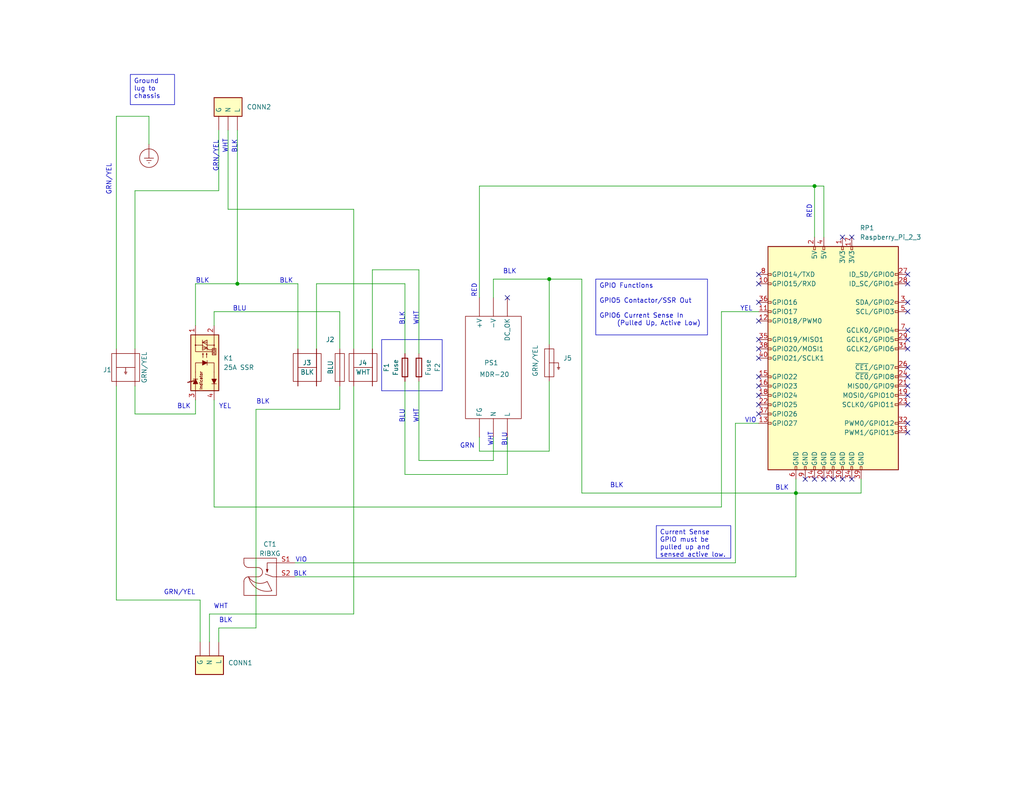
<source format=kicad_sch>
(kicad_sch (version 20230121) (generator eeschema)

  (uuid 4537c7c1-d104-499b-8c84-6b936b9995aa)

  (paper "A")

  (title_block
    (title "DIN Single Phase SSR RFID Interlock")
    (date "2023-12-18")
    (rev "0.1")
  )

  (lib_symbols
    (symbol "Connector:Raspberry_Pi_2_3" (pin_names (offset 1.016)) (in_bom yes) (on_board yes)
      (property "Reference" "J" (at -17.78 31.75 0)
        (effects (font (size 1.27 1.27)) (justify left bottom))
      )
      (property "Value" "Raspberry_Pi_2_3" (at 10.16 -31.75 0)
        (effects (font (size 1.27 1.27)) (justify left top))
      )
      (property "Footprint" "" (at 0 0 0)
        (effects (font (size 1.27 1.27)) hide)
      )
      (property "Datasheet" "https://www.raspberrypi.org/documentation/hardware/raspberrypi/schematics/rpi_SCH_3bplus_1p0_reduced.pdf" (at 0 0 0)
        (effects (font (size 1.27 1.27)) hide)
      )
      (property "ki_keywords" "raspberrypi gpio" (at 0 0 0)
        (effects (font (size 1.27 1.27)) hide)
      )
      (property "ki_description" "expansion header for Raspberry Pi 2 & 3" (at 0 0 0)
        (effects (font (size 1.27 1.27)) hide)
      )
      (property "ki_fp_filters" "PinHeader*2x20*P2.54mm*Vertical* PinSocket*2x20*P2.54mm*Vertical*" (at 0 0 0)
        (effects (font (size 1.27 1.27)) hide)
      )
      (symbol "Raspberry_Pi_2_3_0_1"
        (rectangle (start -17.78 30.48) (end 17.78 -30.48)
          (stroke (width 0.254) (type default))
          (fill (type background))
        )
      )
      (symbol "Raspberry_Pi_2_3_1_1"
        (rectangle (start -16.891 -17.526) (end -17.78 -18.034)
          (stroke (width 0) (type default))
          (fill (type none))
        )
        (rectangle (start -16.891 -14.986) (end -17.78 -15.494)
          (stroke (width 0) (type default))
          (fill (type none))
        )
        (rectangle (start -16.891 -12.446) (end -17.78 -12.954)
          (stroke (width 0) (type default))
          (fill (type none))
        )
        (rectangle (start -16.891 -9.906) (end -17.78 -10.414)
          (stroke (width 0) (type default))
          (fill (type none))
        )
        (rectangle (start -16.891 -7.366) (end -17.78 -7.874)
          (stroke (width 0) (type default))
          (fill (type none))
        )
        (rectangle (start -16.891 -4.826) (end -17.78 -5.334)
          (stroke (width 0) (type default))
          (fill (type none))
        )
        (rectangle (start -16.891 0.254) (end -17.78 -0.254)
          (stroke (width 0) (type default))
          (fill (type none))
        )
        (rectangle (start -16.891 2.794) (end -17.78 2.286)
          (stroke (width 0) (type default))
          (fill (type none))
        )
        (rectangle (start -16.891 5.334) (end -17.78 4.826)
          (stroke (width 0) (type default))
          (fill (type none))
        )
        (rectangle (start -16.891 10.414) (end -17.78 9.906)
          (stroke (width 0) (type default))
          (fill (type none))
        )
        (rectangle (start -16.891 12.954) (end -17.78 12.446)
          (stroke (width 0) (type default))
          (fill (type none))
        )
        (rectangle (start -16.891 15.494) (end -17.78 14.986)
          (stroke (width 0) (type default))
          (fill (type none))
        )
        (rectangle (start -16.891 20.574) (end -17.78 20.066)
          (stroke (width 0) (type default))
          (fill (type none))
        )
        (rectangle (start -16.891 23.114) (end -17.78 22.606)
          (stroke (width 0) (type default))
          (fill (type none))
        )
        (rectangle (start -10.414 -29.591) (end -9.906 -30.48)
          (stroke (width 0) (type default))
          (fill (type none))
        )
        (rectangle (start -7.874 -29.591) (end -7.366 -30.48)
          (stroke (width 0) (type default))
          (fill (type none))
        )
        (rectangle (start -5.334 -29.591) (end -4.826 -30.48)
          (stroke (width 0) (type default))
          (fill (type none))
        )
        (rectangle (start -5.334 30.48) (end -4.826 29.591)
          (stroke (width 0) (type default))
          (fill (type none))
        )
        (rectangle (start -2.794 -29.591) (end -2.286 -30.48)
          (stroke (width 0) (type default))
          (fill (type none))
        )
        (rectangle (start -2.794 30.48) (end -2.286 29.591)
          (stroke (width 0) (type default))
          (fill (type none))
        )
        (rectangle (start -0.254 -29.591) (end 0.254 -30.48)
          (stroke (width 0) (type default))
          (fill (type none))
        )
        (rectangle (start 2.286 -29.591) (end 2.794 -30.48)
          (stroke (width 0) (type default))
          (fill (type none))
        )
        (rectangle (start 2.286 30.48) (end 2.794 29.591)
          (stroke (width 0) (type default))
          (fill (type none))
        )
        (rectangle (start 4.826 -29.591) (end 5.334 -30.48)
          (stroke (width 0) (type default))
          (fill (type none))
        )
        (rectangle (start 4.826 30.48) (end 5.334 29.591)
          (stroke (width 0) (type default))
          (fill (type none))
        )
        (rectangle (start 7.366 -29.591) (end 7.874 -30.48)
          (stroke (width 0) (type default))
          (fill (type none))
        )
        (rectangle (start 17.78 -20.066) (end 16.891 -20.574)
          (stroke (width 0) (type default))
          (fill (type none))
        )
        (rectangle (start 17.78 -17.526) (end 16.891 -18.034)
          (stroke (width 0) (type default))
          (fill (type none))
        )
        (rectangle (start 17.78 -12.446) (end 16.891 -12.954)
          (stroke (width 0) (type default))
          (fill (type none))
        )
        (rectangle (start 17.78 -9.906) (end 16.891 -10.414)
          (stroke (width 0) (type default))
          (fill (type none))
        )
        (rectangle (start 17.78 -7.366) (end 16.891 -7.874)
          (stroke (width 0) (type default))
          (fill (type none))
        )
        (rectangle (start 17.78 -4.826) (end 16.891 -5.334)
          (stroke (width 0) (type default))
          (fill (type none))
        )
        (rectangle (start 17.78 -2.286) (end 16.891 -2.794)
          (stroke (width 0) (type default))
          (fill (type none))
        )
        (rectangle (start 17.78 2.794) (end 16.891 2.286)
          (stroke (width 0) (type default))
          (fill (type none))
        )
        (rectangle (start 17.78 5.334) (end 16.891 4.826)
          (stroke (width 0) (type default))
          (fill (type none))
        )
        (rectangle (start 17.78 7.874) (end 16.891 7.366)
          (stroke (width 0) (type default))
          (fill (type none))
        )
        (rectangle (start 17.78 12.954) (end 16.891 12.446)
          (stroke (width 0) (type default))
          (fill (type none))
        )
        (rectangle (start 17.78 15.494) (end 16.891 14.986)
          (stroke (width 0) (type default))
          (fill (type none))
        )
        (rectangle (start 17.78 20.574) (end 16.891 20.066)
          (stroke (width 0) (type default))
          (fill (type none))
        )
        (rectangle (start 17.78 23.114) (end 16.891 22.606)
          (stroke (width 0) (type default))
          (fill (type none))
        )
        (pin power_in line (at 2.54 33.02 270) (length 2.54)
          (name "3V3" (effects (font (size 1.27 1.27))))
          (number "1" (effects (font (size 1.27 1.27))))
        )
        (pin bidirectional line (at -20.32 20.32 0) (length 2.54)
          (name "GPIO15/RXD" (effects (font (size 1.27 1.27))))
          (number "10" (effects (font (size 1.27 1.27))))
        )
        (pin bidirectional line (at -20.32 12.7 0) (length 2.54)
          (name "GPIO17" (effects (font (size 1.27 1.27))))
          (number "11" (effects (font (size 1.27 1.27))))
        )
        (pin bidirectional line (at -20.32 10.16 0) (length 2.54)
          (name "GPIO18/PWM0" (effects (font (size 1.27 1.27))))
          (number "12" (effects (font (size 1.27 1.27))))
        )
        (pin bidirectional line (at -20.32 -17.78 0) (length 2.54)
          (name "GPIO27" (effects (font (size 1.27 1.27))))
          (number "13" (effects (font (size 1.27 1.27))))
        )
        (pin power_in line (at -5.08 -33.02 90) (length 2.54)
          (name "GND" (effects (font (size 1.27 1.27))))
          (number "14" (effects (font (size 1.27 1.27))))
        )
        (pin bidirectional line (at -20.32 -5.08 0) (length 2.54)
          (name "GPIO22" (effects (font (size 1.27 1.27))))
          (number "15" (effects (font (size 1.27 1.27))))
        )
        (pin bidirectional line (at -20.32 -7.62 0) (length 2.54)
          (name "GPIO23" (effects (font (size 1.27 1.27))))
          (number "16" (effects (font (size 1.27 1.27))))
        )
        (pin power_in line (at 5.08 33.02 270) (length 2.54)
          (name "3V3" (effects (font (size 1.27 1.27))))
          (number "17" (effects (font (size 1.27 1.27))))
        )
        (pin bidirectional line (at -20.32 -10.16 0) (length 2.54)
          (name "GPIO24" (effects (font (size 1.27 1.27))))
          (number "18" (effects (font (size 1.27 1.27))))
        )
        (pin bidirectional line (at 20.32 -10.16 180) (length 2.54)
          (name "MOSI0/GPIO10" (effects (font (size 1.27 1.27))))
          (number "19" (effects (font (size 1.27 1.27))))
        )
        (pin power_in line (at -5.08 33.02 270) (length 2.54)
          (name "5V" (effects (font (size 1.27 1.27))))
          (number "2" (effects (font (size 1.27 1.27))))
        )
        (pin power_in line (at -2.54 -33.02 90) (length 2.54)
          (name "GND" (effects (font (size 1.27 1.27))))
          (number "20" (effects (font (size 1.27 1.27))))
        )
        (pin bidirectional line (at 20.32 -7.62 180) (length 2.54)
          (name "MISO0/GPIO9" (effects (font (size 1.27 1.27))))
          (number "21" (effects (font (size 1.27 1.27))))
        )
        (pin bidirectional line (at -20.32 -12.7 0) (length 2.54)
          (name "GPIO25" (effects (font (size 1.27 1.27))))
          (number "22" (effects (font (size 1.27 1.27))))
        )
        (pin bidirectional line (at 20.32 -12.7 180) (length 2.54)
          (name "SCLK0/GPIO11" (effects (font (size 1.27 1.27))))
          (number "23" (effects (font (size 1.27 1.27))))
        )
        (pin bidirectional line (at 20.32 -5.08 180) (length 2.54)
          (name "~{CE0}/GPIO8" (effects (font (size 1.27 1.27))))
          (number "24" (effects (font (size 1.27 1.27))))
        )
        (pin power_in line (at 0 -33.02 90) (length 2.54)
          (name "GND" (effects (font (size 1.27 1.27))))
          (number "25" (effects (font (size 1.27 1.27))))
        )
        (pin bidirectional line (at 20.32 -2.54 180) (length 2.54)
          (name "~{CE1}/GPIO7" (effects (font (size 1.27 1.27))))
          (number "26" (effects (font (size 1.27 1.27))))
        )
        (pin bidirectional line (at 20.32 22.86 180) (length 2.54)
          (name "ID_SD/GPIO0" (effects (font (size 1.27 1.27))))
          (number "27" (effects (font (size 1.27 1.27))))
        )
        (pin bidirectional line (at 20.32 20.32 180) (length 2.54)
          (name "ID_SC/GPIO1" (effects (font (size 1.27 1.27))))
          (number "28" (effects (font (size 1.27 1.27))))
        )
        (pin bidirectional line (at 20.32 5.08 180) (length 2.54)
          (name "GCLK1/GPIO5" (effects (font (size 1.27 1.27))))
          (number "29" (effects (font (size 1.27 1.27))))
        )
        (pin bidirectional line (at 20.32 15.24 180) (length 2.54)
          (name "SDA/GPIO2" (effects (font (size 1.27 1.27))))
          (number "3" (effects (font (size 1.27 1.27))))
        )
        (pin power_in line (at 2.54 -33.02 90) (length 2.54)
          (name "GND" (effects (font (size 1.27 1.27))))
          (number "30" (effects (font (size 1.27 1.27))))
        )
        (pin bidirectional line (at 20.32 2.54 180) (length 2.54)
          (name "GCLK2/GPIO6" (effects (font (size 1.27 1.27))))
          (number "31" (effects (font (size 1.27 1.27))))
        )
        (pin bidirectional line (at 20.32 -17.78 180) (length 2.54)
          (name "PWM0/GPIO12" (effects (font (size 1.27 1.27))))
          (number "32" (effects (font (size 1.27 1.27))))
        )
        (pin bidirectional line (at 20.32 -20.32 180) (length 2.54)
          (name "PWM1/GPIO13" (effects (font (size 1.27 1.27))))
          (number "33" (effects (font (size 1.27 1.27))))
        )
        (pin power_in line (at 5.08 -33.02 90) (length 2.54)
          (name "GND" (effects (font (size 1.27 1.27))))
          (number "34" (effects (font (size 1.27 1.27))))
        )
        (pin bidirectional line (at -20.32 5.08 0) (length 2.54)
          (name "GPIO19/MISO1" (effects (font (size 1.27 1.27))))
          (number "35" (effects (font (size 1.27 1.27))))
        )
        (pin bidirectional line (at -20.32 15.24 0) (length 2.54)
          (name "GPIO16" (effects (font (size 1.27 1.27))))
          (number "36" (effects (font (size 1.27 1.27))))
        )
        (pin bidirectional line (at -20.32 -15.24 0) (length 2.54)
          (name "GPIO26" (effects (font (size 1.27 1.27))))
          (number "37" (effects (font (size 1.27 1.27))))
        )
        (pin bidirectional line (at -20.32 2.54 0) (length 2.54)
          (name "GPIO20/MOSI1" (effects (font (size 1.27 1.27))))
          (number "38" (effects (font (size 1.27 1.27))))
        )
        (pin power_in line (at 7.62 -33.02 90) (length 2.54)
          (name "GND" (effects (font (size 1.27 1.27))))
          (number "39" (effects (font (size 1.27 1.27))))
        )
        (pin power_in line (at -2.54 33.02 270) (length 2.54)
          (name "5V" (effects (font (size 1.27 1.27))))
          (number "4" (effects (font (size 1.27 1.27))))
        )
        (pin bidirectional line (at -20.32 0 0) (length 2.54)
          (name "GPIO21/SCLK1" (effects (font (size 1.27 1.27))))
          (number "40" (effects (font (size 1.27 1.27))))
        )
        (pin bidirectional line (at 20.32 12.7 180) (length 2.54)
          (name "SCL/GPIO3" (effects (font (size 1.27 1.27))))
          (number "5" (effects (font (size 1.27 1.27))))
        )
        (pin power_in line (at -10.16 -33.02 90) (length 2.54)
          (name "GND" (effects (font (size 1.27 1.27))))
          (number "6" (effects (font (size 1.27 1.27))))
        )
        (pin bidirectional line (at 20.32 7.62 180) (length 2.54)
          (name "GCLK0/GPIO4" (effects (font (size 1.27 1.27))))
          (number "7" (effects (font (size 1.27 1.27))))
        )
        (pin bidirectional line (at -20.32 22.86 0) (length 2.54)
          (name "GPIO14/TXD" (effects (font (size 1.27 1.27))))
          (number "8" (effects (font (size 1.27 1.27))))
        )
        (pin power_in line (at -7.62 -33.02 90) (length 2.54)
          (name "GND" (effects (font (size 1.27 1.27))))
          (number "9" (effects (font (size 1.27 1.27))))
        )
      )
    )
    (symbol "DIN_CONN_2_1" (pin_numbers hide) (in_bom yes) (on_board yes)
      (property "Reference" "J" (at 2.54 1.27 0)
        (effects (font (size 1.27 1.27)))
      )
      (property "Value" "COLOR" (at -2.54 0 90)
        (effects (font (size 1.27 1.27)) hide)
      )
      (property "Footprint" "" (at 0 -1.27 0)
        (effects (font (size 1.27 1.27)) hide)
      )
      (property "Datasheet" "" (at 0 -1.27 0)
        (effects (font (size 1.27 1.27)) hide)
      )
      (symbol "DIN_CONN_2_1_0_1"
        (rectangle (start -1.27 3.81) (end 1.27 -3.81)
          (stroke (width 0) (type default))
          (fill (type none))
        )
      )
      (symbol "DIN_CONN_2_1_1_1"
        (pin passive line (at 0 -5.08 90) (length 5.08)
          (name "" (effects (font (size 1.27 1.27))))
          (number "1" (effects (font (size 1.27 1.27))))
        )
        (pin passive line (at 0 5.08 270) (length 5.08)
          (name "" (effects (font (size 1.27 1.27))))
          (number "1" (effects (font (size 1.27 1.27))))
        )
      )
    )
    (symbol "Device:Fuse" (pin_numbers hide) (pin_names (offset 0)) (in_bom yes) (on_board yes)
      (property "Reference" "F" (at 2.032 0 90)
        (effects (font (size 1.27 1.27)))
      )
      (property "Value" "Fuse" (at -1.905 0 90)
        (effects (font (size 1.27 1.27)))
      )
      (property "Footprint" "" (at -1.778 0 90)
        (effects (font (size 1.27 1.27)) hide)
      )
      (property "Datasheet" "~" (at 0 0 0)
        (effects (font (size 1.27 1.27)) hide)
      )
      (property "ki_keywords" "fuse" (at 0 0 0)
        (effects (font (size 1.27 1.27)) hide)
      )
      (property "ki_description" "Fuse" (at 0 0 0)
        (effects (font (size 1.27 1.27)) hide)
      )
      (property "ki_fp_filters" "*Fuse*" (at 0 0 0)
        (effects (font (size 1.27 1.27)) hide)
      )
      (symbol "Fuse_0_1"
        (rectangle (start -0.762 -2.54) (end 0.762 2.54)
          (stroke (width 0.254) (type default))
          (fill (type none))
        )
        (polyline
          (pts
            (xy 0 2.54)
            (xy 0 -2.54)
          )
          (stroke (width 0) (type default))
          (fill (type none))
        )
      )
      (symbol "Fuse_1_1"
        (pin passive line (at 0 3.81 270) (length 1.27)
          (name "~" (effects (font (size 1.27 1.27))))
          (number "1" (effects (font (size 1.27 1.27))))
        )
        (pin passive line (at 0 -3.81 90) (length 1.27)
          (name "~" (effects (font (size 1.27 1.27))))
          (number "2" (effects (font (size 1.27 1.27))))
        )
      )
    )
    (symbol "oz:1_phase_with_ground" (pin_numbers hide) (pin_names (offset 1.016)) (in_bom yes) (on_board yes)
      (property "Reference" "J" (at 0 7.62 0)
        (effects (font (size 1.27 1.27)))
      )
      (property "Value" "1 phase with ground" (at 0 -2.54 0)
        (effects (font (size 1.27 1.27)) hide)
      )
      (property "Footprint" "" (at 0 0 0)
        (effects (font (size 1.27 1.27)) hide)
      )
      (property "Datasheet" "" (at 0 0 0)
        (effects (font (size 1.27 1.27)) hide)
      )
      (property "ki_keywords" "connector" (at 0 0 0)
        (effects (font (size 1.27 1.27)) hide)
      )
      (property "ki_description" "3 phase with neutral and ground" (at 0 0 0)
        (effects (font (size 1.27 1.27)) hide)
      )
      (property "ki_fp_filters" "Connector*:*_1x??_*" (at 0 0 0)
        (effects (font (size 1.27 1.27)) hide)
      )
      (symbol "1_phase_with_ground_1_1"
        (rectangle (start -1.27 6.35) (end 3.81 -1.27)
          (stroke (width 0.254) (type default))
          (fill (type background))
        )
        (pin passive line (at -5.08 5.08 0) (length 3.81)
          (name "G" (effects (font (size 1.27 1.27))))
          (number "" (effects (font (size 1.27 1.27))))
        )
        (pin passive line (at -5.08 2.54 0) (length 3.81)
          (name "N" (effects (font (size 1.27 1.27))))
          (number "2" (effects (font (size 1.27 1.27))))
        )
        (pin passive line (at -5.08 0 0) (length 3.81)
          (name "L" (effects (font (size 1.27 1.27))))
          (number "3" (effects (font (size 1.27 1.27))))
        )
      )
    )
    (symbol "oz:DIN_CONN_2GND" (pin_numbers hide) (in_bom yes) (on_board yes)
      (property "Reference" "J" (at 2.54 2.54 0)
        (effects (font (size 1.27 1.27)))
      )
      (property "Value" "GRN/YEL" (at -2.54 0 90)
        (effects (font (size 1.27 1.27)))
      )
      (property "Footprint" "" (at 0 -1.27 0)
        (effects (font (size 1.27 1.27)) hide)
      )
      (property "Datasheet" "" (at 0 -1.27 0)
        (effects (font (size 1.27 1.27)) hide)
      )
      (symbol "DIN_CONN_2GND_0_1"
        (rectangle (start -1.27 3.81) (end 1.27 -3.81)
          (stroke (width 0) (type default))
          (fill (type none))
        )
        (polyline
          (pts
            (xy 2.159 -1.27)
            (xy 2.921 -1.27)
          )
          (stroke (width 0) (type default))
          (fill (type none))
        )
        (polyline
          (pts
            (xy 2.286 -1.524)
            (xy 2.794 -1.524)
          )
          (stroke (width 0) (type default))
          (fill (type none))
        )
        (polyline
          (pts
            (xy 2.413 -1.778)
            (xy 2.667 -1.778)
          )
          (stroke (width 0) (type default))
          (fill (type none))
        )
        (polyline
          (pts
            (xy 0 0)
            (xy 2.54 0)
            (xy 2.54 -1.27)
          )
          (stroke (width 0) (type default))
          (fill (type none))
        )
      )
      (symbol "DIN_CONN_2GND_1_1"
        (pin passive line (at 0 -5.08 90) (length 5.08)
          (name "" (effects (font (size 1.27 1.27))))
          (number "1" (effects (font (size 1.27 1.27))))
        )
        (pin passive line (at 0 5.08 270) (length 5.08)
          (name "" (effects (font (size 1.27 1.27))))
          (number "1" (effects (font (size 1.27 1.27))))
        )
      )
    )
    (symbol "oz:DIN_CONN_4" (pin_numbers hide) (in_bom yes) (on_board yes)
      (property "Reference" "J" (at 0 2.54 0)
        (effects (font (size 1.27 1.27)))
      )
      (property "Value" "COLOR" (at -5.08 0 90)
        (effects (font (size 1.27 1.27)) hide)
      )
      (property "Footprint" "" (at 0 -1.27 0)
        (effects (font (size 1.27 1.27)) hide)
      )
      (property "Datasheet" "" (at 0 -1.27 0)
        (effects (font (size 1.27 1.27)) hide)
      )
      (symbol "DIN_CONN_4_0_1"
        (polyline
          (pts
            (xy -2.54 0)
            (xy 2.54 0)
          )
          (stroke (width 0) (type default))
          (fill (type none))
        )
        (polyline
          (pts
            (xy 8.89 0)
            (xy 8.89 0)
          )
          (stroke (width 0) (type default))
          (fill (type none))
        )
      )
      (symbol "DIN_CONN_4_1_1"
        (rectangle (start -3.81 3.81) (end 3.81 -3.81)
          (stroke (width 0) (type default))
          (fill (type none))
        )
        (pin passive line (at -2.54 -5.08 90) (length 5.08)
          (name "" (effects (font (size 1.27 1.27))))
          (number "1" (effects (font (size 1.27 1.27))))
        )
        (pin passive line (at -2.54 5.08 270) (length 5.08)
          (name "" (effects (font (size 1.27 1.27))))
          (number "1" (effects (font (size 1.27 1.27))))
        )
        (pin passive line (at 2.54 -5.08 90) (length 5.08)
          (name "" (effects (font (size 1.27 1.27))))
          (number "1" (effects (font (size 1.27 1.27))))
        )
        (pin passive line (at 2.54 5.08 270) (length 5.08)
          (name "" (effects (font (size 1.27 1.27))))
          (number "1" (effects (font (size 1.27 1.27))))
        )
      )
    )
    (symbol "oz:DIN_CONN_4GND" (pin_numbers hide) (in_bom yes) (on_board yes)
      (property "Reference" "J" (at 0 2.54 0)
        (effects (font (size 1.27 1.27)))
      )
      (property "Value" "GRN/YEL" (at -5.08 0 90)
        (effects (font (size 1.27 1.27)))
      )
      (property "Footprint" "" (at 0 -1.27 0)
        (effects (font (size 1.27 1.27)) hide)
      )
      (property "Datasheet" "" (at 0 -1.27 0)
        (effects (font (size 1.27 1.27)) hide)
      )
      (symbol "DIN_CONN_4GND_0_1"
        (polyline
          (pts
            (xy -2.54 0)
            (xy 2.54 0)
          )
          (stroke (width 0) (type default))
          (fill (type none))
        )
        (polyline
          (pts
            (xy -0.381 -1.27)
            (xy 0.381 -1.27)
          )
          (stroke (width 0) (type default))
          (fill (type none))
        )
        (polyline
          (pts
            (xy -0.254 -1.524)
            (xy 0.254 -1.524)
          )
          (stroke (width 0) (type default))
          (fill (type none))
        )
        (polyline
          (pts
            (xy -0.127 -1.778)
            (xy 0.127 -1.778)
          )
          (stroke (width 0) (type default))
          (fill (type none))
        )
        (polyline
          (pts
            (xy 0 0)
            (xy 0 -1.27)
          )
          (stroke (width 0) (type default))
          (fill (type none))
        )
        (polyline
          (pts
            (xy 8.89 0)
            (xy 8.89 0)
          )
          (stroke (width 0) (type default))
          (fill (type none))
        )
      )
      (symbol "DIN_CONN_4GND_1_1"
        (rectangle (start -3.81 3.81) (end 3.81 -3.81)
          (stroke (width 0) (type default))
          (fill (type none))
        )
        (pin passive line (at -2.54 -5.08 90) (length 5.08)
          (name "" (effects (font (size 1.27 1.27))))
          (number "1" (effects (font (size 1.27 1.27))))
        )
        (pin passive line (at -2.54 5.08 270) (length 5.08)
          (name "" (effects (font (size 1.27 1.27))))
          (number "1" (effects (font (size 1.27 1.27))))
        )
        (pin passive line (at 2.54 -5.08 90) (length 5.08)
          (name "" (effects (font (size 1.27 1.27))))
          (number "1" (effects (font (size 1.27 1.27))))
        )
        (pin passive line (at 2.54 5.08 270) (length 5.08)
          (name "" (effects (font (size 1.27 1.27))))
          (number "1" (effects (font (size 1.27 1.27))))
        )
      )
    )
    (symbol "oz:MDR-20" (in_bom yes) (on_board yes)
      (property "Reference" "PS" (at 0 1.27 0)
        (effects (font (size 1.27 1.27)))
      )
      (property "Value" "MDR-20" (at 0 -1.27 0)
        (effects (font (size 1.27 1.27)))
      )
      (property "Footprint" "" (at 0 21.59 0)
        (effects (font (size 1.27 1.27)) hide)
      )
      (property "Datasheet" "" (at 0 21.59 0)
        (effects (font (size 1.27 1.27)) hide)
      )
      (symbol "MDR-20_0_1"
        (rectangle (start -7.62 13.97) (end 7.62 -13.97)
          (stroke (width 0) (type default))
          (fill (type none))
        )
      )
      (symbol "MDR-20_1_1"
        (pin power_out line (at -3.81 19.05 270) (length 5.08)
          (name "+V" (effects (font (size 1.27 1.27))))
          (number "" (effects (font (size 1.27 1.27))))
        )
        (pin power_out line (at 0 19.05 270) (length 5.08)
          (name "-V" (effects (font (size 1.27 1.27))))
          (number "" (effects (font (size 1.27 1.27))))
        )
        (pin power_out line (at 3.81 19.05 270) (length 5.08)
          (name "DC_OK" (effects (font (size 1.27 1.27))))
          (number "" (effects (font (size 1.27 1.27))))
        )
        (pin passive line (at -3.81 -19.05 90) (length 5.08)
          (name "FG" (effects (font (size 1.27 1.27))))
          (number "" (effects (font (size 1.27 1.27))))
        )
        (pin passive line (at 3.81 -19.05 90) (length 5.08)
          (name "L" (effects (font (size 1.27 1.27))))
          (number "" (effects (font (size 1.27 1.27))))
        )
        (pin passive line (at 0 -19.05 90) (length 5.08)
          (name "N" (effects (font (size 1.27 1.27))))
          (number "" (effects (font (size 1.27 1.27))))
        )
      )
    )
    (symbol "oz:MRA-23XX" (in_bom yes) (on_board yes)
      (property "Reference" "K" (at -5.08 5.08 0)
        (effects (font (size 1.27 1.27)) (justify left))
      )
      (property "Value" "MRA-23XX" (at -7.62 -6.35 0)
        (effects (font (size 1.27 1.27)) (justify left))
      )
      (property "Footprint" "" (at -5.08 -5.08 0)
        (effects (font (size 1.27 1.27) italic) (justify left) hide)
      )
      (property "Datasheet" "" (at 0 0 0)
        (effects (font (size 1.27 1.27)) (justify left) hide)
      )
      (property "ki_keywords" "Opto-Triac Opto Triac Zero Cross Solid State Relays SSR" (at 0 0 0)
        (effects (font (size 1.27 1.27)) hide)
      )
      (property "ki_description" "Zero Cross Opto-Triac,with indicator" (at 0 0 0)
        (effects (font (size 1.27 1.27)) hide)
      )
      (property "ki_fp_filters" "SIP4*Sharp*SSR*P7.62mm*" (at 0 0 0)
        (effects (font (size 1.27 1.27)) hide)
      )
      (symbol "MRA-23XX_0_0"
        (rectangle (start -0.381 -2.032) (end 1.397 -3.048)
          (stroke (width 0) (type default))
          (fill (type none))
        )
        (polyline
          (pts
            (xy 2.286 -2.54)
            (xy 1.397 -2.54)
          )
          (stroke (width 0) (type default))
          (fill (type none))
        )
        (polyline
          (pts
            (xy 1.524 -0.635)
            (xy 1.016 -1.016)
            (xy 1.016 -2.032)
          )
          (stroke (width 0) (type default))
          (fill (type none))
        )
        (text "ZCD" (at 0.508 -2.54 0)
          (effects (font (size 0.508 0.508)))
        )
      )
      (symbol "MRA-23XX_0_1"
        (rectangle (start -10.16 3.81) (end 5.08 -3.81)
          (stroke (width 0.254) (type default))
          (fill (type background))
        )
        (polyline
          (pts
            (xy -8.255 -1.905)
            (xy -8.255 -3.175)
          )
          (stroke (width 0) (type default))
          (fill (type none))
        )
        (polyline
          (pts
            (xy -8.255 2.54)
            (xy -8.128 2.159)
          )
          (stroke (width 0) (type default))
          (fill (type none))
        )
        (polyline
          (pts
            (xy -7.62 3.556)
            (xy -7.62 4.064)
          )
          (stroke (width 0) (type default))
          (fill (type none))
        )
        (polyline
          (pts
            (xy -6.985 -2.032)
            (xy -8.001 -2.54)
          )
          (stroke (width 0) (type default))
          (fill (type none))
        )
        (polyline
          (pts
            (xy -6.985 3.175)
            (xy -6.985 1.905)
          )
          (stroke (width 0) (type default))
          (fill (type none))
        )
        (polyline
          (pts
            (xy -5.08 -2.54)
            (xy -10.16 -2.54)
          )
          (stroke (width 0) (type default))
          (fill (type none))
        )
        (polyline
          (pts
            (xy -5.08 2.54)
            (xy -10.16 2.54)
          )
          (stroke (width 0) (type default))
          (fill (type none))
        )
        (polyline
          (pts
            (xy -3.175 -0.635)
            (xy -1.905 -0.635)
          )
          (stroke (width 0) (type default))
          (fill (type none))
        )
        (polyline
          (pts
            (xy -2.54 -0.508)
            (xy -3.048 0.635)
          )
          (stroke (width 0) (type default))
          (fill (type none))
        )
        (polyline
          (pts
            (xy 1.524 -0.635)
            (xy 1.524 0.635)
          )
          (stroke (width 0) (type default))
          (fill (type none))
        )
        (polyline
          (pts
            (xy 3.048 0.635)
            (xy 3.048 -0.635)
          )
          (stroke (width 0) (type default))
          (fill (type none))
        )
        (polyline
          (pts
            (xy 2.286 -0.635)
            (xy 2.286 -2.54)
            (xy 5.08 -2.54)
          )
          (stroke (width 0) (type default))
          (fill (type none))
        )
        (polyline
          (pts
            (xy 2.286 0.635)
            (xy 2.286 2.54)
            (xy 5.08 2.54)
          )
          (stroke (width 0) (type default))
          (fill (type none))
        )
        (polyline
          (pts
            (xy 2.286 2.54)
            (xy 0.508 2.54)
            (xy 0.508 -2.032)
          )
          (stroke (width 0) (type default))
          (fill (type none))
        )
        (polyline
          (pts
            (xy -8.255 -2.54)
            (xy -6.985 -1.905)
            (xy -6.985 -3.175)
            (xy -8.255 -2.54)
          )
          (stroke (width 0) (type default))
          (fill (type none))
        )
        (polyline
          (pts
            (xy -6.985 2.54)
            (xy -8.255 3.175)
            (xy -8.255 1.905)
            (xy -6.985 2.54)
          )
          (stroke (width 0) (type default))
          (fill (type none))
        )
        (polyline
          (pts
            (xy -5.08 2.54)
            (xy -2.54 2.54)
            (xy -2.54 -2.54)
            (xy -5.08 -2.54)
          )
          (stroke (width 0) (type default))
          (fill (type none))
        )
        (polyline
          (pts
            (xy -2.54 -0.635)
            (xy -3.175 0.635)
            (xy -1.905 0.635)
            (xy -2.54 -0.635)
          )
          (stroke (width 0) (type default))
          (fill (type none))
        )
        (polyline
          (pts
            (xy 0.889 -0.635)
            (xy 3.683 -0.635)
            (xy 3.048 0.635)
            (xy 2.413 -0.635)
          )
          (stroke (width 0) (type default))
          (fill (type none))
        )
        (polyline
          (pts
            (xy 3.683 0.635)
            (xy 0.889 0.635)
            (xy 1.524 -0.635)
            (xy 2.159 0.635)
          )
          (stroke (width 0) (type default))
          (fill (type none))
        )
        (polyline
          (pts
            (xy -1.143 -0.508)
            (xy 0.127 -0.508)
            (xy -0.254 -0.635)
            (xy -0.254 -0.381)
            (xy 0.127 -0.508)
          )
          (stroke (width 0) (type default))
          (fill (type none))
        )
        (polyline
          (pts
            (xy -1.143 0.508)
            (xy 0.127 0.508)
            (xy -0.254 0.381)
            (xy -0.254 0.635)
            (xy 0.127 0.508)
          )
          (stroke (width 0) (type default))
          (fill (type none))
        )
        (polyline
          (pts
            (xy -7.62 3.683)
            (xy -7.62 4.318)
            (xy -7.874 4.064)
            (xy -7.874 4.699)
            (xy -7.874 4.572)
            (xy -8.001 4.572)
            (xy -7.874 4.699)
            (xy -7.747 4.572)
            (xy -7.874 4.572)
          )
          (stroke (width 0) (type default))
          (fill (type none))
        )
        (polyline
          (pts
            (xy -7.366 2.667)
            (xy -7.366 3.302)
            (xy -7.62 3.048)
            (xy -7.62 3.683)
            (xy -7.62 3.556)
            (xy -7.747 3.556)
            (xy -7.62 3.683)
            (xy -7.493 3.556)
            (xy -7.62 3.556)
          )
          (stroke (width 0) (type default))
          (fill (type none))
        )
        (polyline
          (pts
            (xy -2.54 -0.381)
            (xy -2.032 0.508)
            (xy -2.921 0.508)
            (xy -2.54 -0.127)
            (xy -2.159 0.508)
            (xy -2.794 0.381)
            (xy -2.286 0.381)
            (xy -2.54 0)
            (xy -2.667 0.254)
            (xy -2.413 0.127)
            (xy -2.54 0.254)
          )
          (stroke (width 0) (type default))
          (fill (type none))
        )
        (polyline
          (pts
            (xy -8.255 3.048)
            (xy -7.239 2.54)
            (xy -8.128 2.032)
            (xy -8.128 2.159)
            (xy -7.493 2.54)
            (xy -8.255 2.921)
            (xy -8.255 2.794)
            (xy -7.747 2.54)
            (xy -8.128 2.286)
            (xy -8.128 2.667)
            (xy -8.001 2.413)
            (xy -8.001 2.54)
            (xy -7.62 2.54)
            (xy -7.493 2.54)
          )
          (stroke (width 0) (type default))
          (fill (type none))
        )
        (polyline
          (pts
            (xy -8.001 -2.54)
            (xy -7.112 -3.048)
            (xy -6.985 -3.048)
            (xy -7.747 -2.54)
            (xy -7.62 -2.413)
            (xy -7.62 -2.54)
            (xy -6.985 -2.921)
            (xy -6.985 -2.794)
            (xy -7.62 -2.413)
            (xy -7.62 -2.286)
            (xy -6.985 -2.667)
            (xy -6.985 -2.54)
            (xy -7.366 -2.286)
            (xy -7.239 -2.159)
            (xy -7.239 -2.286)
            (xy -6.985 -2.413)
            (xy -7.112 -2.159)
          )
          (stroke (width 0) (type default))
          (fill (type none))
        )
        (circle (center 2.286 -2.54) (radius 0.127)
          (stroke (width 0) (type default))
          (fill (type none))
        )
        (circle (center 2.286 2.54) (radius 0.127)
          (stroke (width 0) (type default))
          (fill (type none))
        )
        (text "Indicator" (at -7.366 1.016 0)
          (effects (font (size 0.75 0.75)))
        )
      )
      (symbol "MRA-23XX_1_1"
        (pin passive line (at 7.62 2.54 180) (length 2.54)
          (name "~" (effects (font (size 1.27 1.27))))
          (number "1" (effects (font (size 1.27 1.27))))
        )
        (pin passive line (at 7.62 -2.54 180) (length 2.54)
          (name "~" (effects (font (size 1.27 1.27))))
          (number "2" (effects (font (size 1.27 1.27))))
        )
        (pin passive line (at -12.7 2.54 0) (length 2.54)
          (name "~" (effects (font (size 1.27 1.27))))
          (number "3" (effects (font (size 1.27 1.27))))
        )
        (pin passive line (at -12.7 -2.54 0) (length 2.54)
          (name "~" (effects (font (size 1.27 1.27))))
          (number "4" (effects (font (size 1.27 1.27))))
        )
      )
    )
    (symbol "oz:RIBXG" (in_bom yes) (on_board yes)
      (property "Reference" "CT" (at -3.302 6.35 0)
        (effects (font (size 1.27 1.27)))
      )
      (property "Value" "RIBXG" (at -2.032 -6.35 0)
        (effects (font (size 1.27 1.27)))
      )
      (property "Footprint" "" (at 1.778 5.08 0)
        (effects (font (size 1.27 1.27)) hide)
      )
      (property "Datasheet" "" (at 1.778 5.08 0)
        (effects (font (size 1.27 1.27)) hide)
      )
      (property "ki_keywords" "Current Sense Switch" (at 0 0 0)
        (effects (font (size 1.27 1.27)) hide)
      )
      (property "ki_description" "Current Sense Switch" (at 0 0 0)
        (effects (font (size 1.27 1.27)) hide)
      )
      (symbol "RIBXG_0_1"
        (arc (start -4.572 3.81) (mid -4.2 2.912) (end -3.302 2.54)
          (stroke (width 0) (type default))
          (fill (type none))
        )
        (arc (start -3.302 0) (mid -4.2 -0.372) (end -4.572 -1.27)
          (stroke (width 0) (type default))
          (fill (type none))
        )
        (arc (start -3.302 0) (mid -1.025 -1.6871) (end 1.778 -1.27)
          (stroke (width 0) (type default))
          (fill (type none))
        )
        (arc (start -3.302 0) (mid -0.9161 -3.2202) (end 3.048 -3.81)
          (stroke (width 0) (type default))
          (fill (type none))
        )
        (arc (start -0.762 0) (mid 0.136 0.372) (end 0.508 1.27)
          (stroke (width 0) (type default))
          (fill (type none))
        )
        (polyline
          (pts
            (xy -0.762 0)
            (xy -3.302 0)
          )
          (stroke (width 0) (type default))
          (fill (type none))
        )
        (polyline
          (pts
            (xy -0.762 2.54)
            (xy -3.302 2.54)
          )
          (stroke (width 0) (type default))
          (fill (type none))
        )
        (polyline
          (pts
            (xy 1.778 -1.27)
            (xy 3.048 -3.81)
          )
          (stroke (width 0) (type default))
          (fill (type none))
        )
        (polyline
          (pts
            (xy 2.032 2.032)
            (xy 1.778 1.778)
            (xy 1.524 2.032)
          )
          (stroke (width 0) (type default))
          (fill (type none))
        )
        (polyline
          (pts
            (xy 4.318 0)
            (xy 3.302 0)
            (xy 1.27 0.762)
          )
          (stroke (width 0) (type default))
          (fill (type none))
        )
        (polyline
          (pts
            (xy 4.318 3.81)
            (xy 1.778 3.81)
            (xy 1.778 1.27)
          )
          (stroke (width 0) (type default))
          (fill (type none))
        )
        (polyline
          (pts
            (xy 1.778 1.27)
            (xy 1.524 2.032)
            (xy 2.032 2.032)
            (xy 1.778 1.27)
          )
          (stroke (width 0) (type default))
          (fill (type none))
        )
        (polyline
          (pts
            (xy -4.572 -1.27)
            (xy -4.572 -5.08)
            (xy 4.318 -5.08)
            (xy 4.318 5.08)
            (xy -4.572 5.08)
            (xy -4.572 3.81)
          )
          (stroke (width 0) (type default))
          (fill (type none))
        )
        (arc (start 0.508 1.27) (mid 0.136 2.168) (end -0.762 2.54)
          (stroke (width 0) (type default))
          (fill (type none))
        )
      )
      (symbol "RIBXG_1_1"
        (pin passive line (at 9.398 3.81 180) (length 5.08)
          (name "" (effects (font (size 1.27 1.27))))
          (number "S1" (effects (font (size 1.27 1.27))))
        )
        (pin passive line (at 9.398 0 180) (length 5.08)
          (name "" (effects (font (size 1.27 1.27))))
          (number "S2" (effects (font (size 1.27 1.27))))
        )
      )
    )
    (symbol "power:Earth_Protective" (power) (pin_names (offset 0)) (in_bom yes) (on_board yes)
      (property "Reference" "#PWR" (at 6.35 -6.35 0)
        (effects (font (size 1.27 1.27)) hide)
      )
      (property "Value" "Earth_Protective" (at 11.43 -3.81 0)
        (effects (font (size 1.27 1.27)) hide)
      )
      (property "Footprint" "" (at 0 -2.54 0)
        (effects (font (size 1.27 1.27)) hide)
      )
      (property "Datasheet" "~" (at 0 -2.54 0)
        (effects (font (size 1.27 1.27)) hide)
      )
      (property "ki_keywords" "global ground gnd clean" (at 0 0 0)
        (effects (font (size 1.27 1.27)) hide)
      )
      (property "ki_description" "Power symbol creates a global label with name \"Earth_Protective\"" (at 0 0 0)
        (effects (font (size 1.27 1.27)) hide)
      )
      (symbol "Earth_Protective_0_1"
        (circle (center 0 -3.81) (radius 2.54)
          (stroke (width 0) (type default))
          (fill (type none))
        )
        (polyline
          (pts
            (xy -0.635 -4.445)
            (xy 0.635 -4.445)
          )
          (stroke (width 0) (type default))
          (fill (type none))
        )
        (polyline
          (pts
            (xy -0.127 -5.08)
            (xy 0.127 -5.08)
          )
          (stroke (width 0) (type default))
          (fill (type none))
        )
        (polyline
          (pts
            (xy 0 -3.81)
            (xy 0 0)
          )
          (stroke (width 0) (type default))
          (fill (type none))
        )
        (polyline
          (pts
            (xy 1.27 -3.81)
            (xy -1.27 -3.81)
          )
          (stroke (width 0) (type default))
          (fill (type none))
        )
      )
      (symbol "Earth_Protective_1_1"
        (pin power_in line (at 0 0 270) (length 0) hide
          (name "Earth_Protective" (effects (font (size 1.27 1.27))))
          (number "1" (effects (font (size 1.27 1.27))))
        )
      )
    )
  )

  (junction (at 222.25 50.8) (diameter 0) (color 0 0 0 0)
    (uuid 1b0cda1b-f15b-49cd-ae58-c91fe5d97a93)
  )
  (junction (at 64.77 77.47) (diameter 0) (color 0 0 0 0)
    (uuid 33967525-9874-41e3-9655-7a6abfe19f60)
  )
  (junction (at 217.17 134.62) (diameter 0) (color 0 0 0 0)
    (uuid 7b634a97-4258-4d68-8075-79bc6edfcf1c)
  )
  (junction (at 149.86 76.2) (diameter 0) (color 0 0 0 0)
    (uuid da4e8b80-ad52-4cf9-8813-923fa6ac5e91)
  )

  (no_connect (at 207.01 95.25) (uuid 0ab0b0eb-4c1b-42a8-9875-dbeadaa29f12))
  (no_connect (at 207.01 92.71) (uuid 0e8e7f7a-879a-448b-829e-a63b43647893))
  (no_connect (at 229.87 130.81) (uuid 10a589d1-4d11-428b-aaf1-286161854a65))
  (no_connect (at 232.41 64.77) (uuid 228dad1c-3978-4b5c-aa63-3ac64947572b))
  (no_connect (at 224.79 130.81) (uuid 27308902-f932-40e9-b07d-395c4e53e03c))
  (no_connect (at 207.01 105.41) (uuid 2943f505-3e03-4fa1-90fe-199eae56c775))
  (no_connect (at 207.01 102.87) (uuid 2d53b155-563a-47d9-a9c5-8ea94c99b69e))
  (no_connect (at 207.01 74.93) (uuid 4851aa5f-b31a-4d67-bf5a-4fa2a3df8c4c))
  (no_connect (at 207.01 87.63) (uuid 4d9a0ba8-4ad8-48fe-a195-f309063b06fa))
  (no_connect (at 207.01 113.03) (uuid 4e8ca3fb-6867-4ce9-99bf-09de3deef5db))
  (no_connect (at 247.65 115.57) (uuid 51aa8e53-a395-47f7-bb92-b2ea34cf5804))
  (no_connect (at 247.65 85.09) (uuid 592c0cbe-e6b1-4706-91a0-37aaf42701e7))
  (no_connect (at 247.65 74.93) (uuid 6d59976e-ba9d-4efb-bd56-9cdb38825921))
  (no_connect (at 247.65 77.47) (uuid 6ea2ad07-ff11-4c54-834a-b310c0178373))
  (no_connect (at 232.41 130.81) (uuid 6edce744-0b30-4b3b-954c-83e1b60f5624))
  (no_connect (at 207.01 110.49) (uuid 7af2abf4-fba9-4b8f-8079-da2c22bf036a))
  (no_connect (at 247.65 100.33) (uuid 86340a7b-9d3b-4d78-a249-4c1ddd8b4cfa))
  (no_connect (at 247.65 90.17) (uuid 8abba393-7fb7-4a2a-9c23-a29552673900))
  (no_connect (at 207.01 107.95) (uuid 981430f0-4d8e-458d-b561-3726d76b2b9f))
  (no_connect (at 219.71 130.81) (uuid a3b53080-2a41-4465-bd4f-eb767bbdbf10))
  (no_connect (at 207.01 97.79) (uuid a512a18f-efa4-4426-8b4d-9c0591f27112))
  (no_connect (at 247.65 110.49) (uuid b537cb9e-2e7b-4c3d-9183-4852684516f8))
  (no_connect (at 247.65 95.25) (uuid b6a9786d-84bc-4bb5-afd2-b12ed9f5e2d0))
  (no_connect (at 247.65 107.95) (uuid b95e9b08-23e1-40d4-a78c-66ae680e8d29))
  (no_connect (at 229.87 64.77) (uuid bcd6d560-4f2f-4718-9ee8-89049fdc169b))
  (no_connect (at 138.43 81.28) (uuid c0689ffe-eab9-4d25-ac54-6e3a1c64e2aa))
  (no_connect (at 247.65 102.87) (uuid c632de0d-5dc4-49c1-a3c1-9962dc2b3b51))
  (no_connect (at 247.65 82.55) (uuid d13e3f9a-7287-4339-b2bc-8129b0cdfbab))
  (no_connect (at 247.65 92.71) (uuid da39c301-d47d-415d-99cf-2f0c977413b0))
  (no_connect (at 222.25 130.81) (uuid ed9cd9f8-846c-4009-b281-3737d3c57f55))
  (no_connect (at 247.65 118.11) (uuid f29db719-ad66-4f72-b72f-16c9353acb5c))
  (no_connect (at 227.33 130.81) (uuid f3a93985-c056-4a60-825b-26e370a0de98))
  (no_connect (at 207.01 82.55) (uuid f7c30f37-12bc-43e8-89db-39e028518461))
  (no_connect (at 247.65 105.41) (uuid f7d50bf5-6722-416e-a93a-a87368771edd))
  (no_connect (at 207.01 77.47) (uuid f88c1f22-722a-44cb-92d6-dfcdcbc9d56a))

  (wire (pts (xy 149.86 76.2) (xy 149.86 93.98))
    (stroke (width 0) (type default))
    (uuid 03fc65c3-cfa3-4fca-92b9-cefb59433979)
  )
  (wire (pts (xy 158.75 134.62) (xy 217.17 134.62))
    (stroke (width 0) (type default))
    (uuid 05debb69-5a09-4442-9bfa-bb9b69301f75)
  )
  (wire (pts (xy 59.69 171.45) (xy 69.85 171.45))
    (stroke (width 0) (type default))
    (uuid 05f7e54d-6a0b-4e5f-83aa-445235b56431)
  )
  (wire (pts (xy 62.23 35.56) (xy 62.23 57.15))
    (stroke (width 0) (type default))
    (uuid 06b33f70-d2f4-4dab-8667-99f3c6dc44e0)
  )
  (wire (pts (xy 114.3 104.14) (xy 114.3 125.73))
    (stroke (width 0) (type default))
    (uuid 09601edc-8d71-45f7-916c-84f795438ae8)
  )
  (wire (pts (xy 222.25 50.8) (xy 224.79 50.8))
    (stroke (width 0) (type default))
    (uuid 0b0d88fe-c231-46ff-8c7b-2d64f2b51e06)
  )
  (wire (pts (xy 64.77 77.47) (xy 81.28 77.47))
    (stroke (width 0) (type default))
    (uuid 0b5f94d7-bfb2-48a3-9621-79160d07df22)
  )
  (wire (pts (xy 158.75 76.2) (xy 158.75 134.62))
    (stroke (width 0) (type default))
    (uuid 0c2def48-ac82-4f28-93bf-b330462c03e4)
  )
  (wire (pts (xy 92.71 111.76) (xy 69.85 111.76))
    (stroke (width 0) (type default))
    (uuid 0fd96c5f-6800-497e-b1a7-69f6ffcd9c56)
  )
  (wire (pts (xy 96.52 105.41) (xy 96.52 167.64))
    (stroke (width 0) (type default))
    (uuid 0fecbe59-bdc6-466e-9632-21eb91776686)
  )
  (wire (pts (xy 134.62 125.73) (xy 134.62 119.38))
    (stroke (width 0) (type default))
    (uuid 15cafd51-fbfb-4977-b208-a7581d2719df)
  )
  (wire (pts (xy 36.83 52.07) (xy 36.83 95.25))
    (stroke (width 0) (type default))
    (uuid 17294bd0-8303-437d-b0dc-ceef4642f024)
  )
  (wire (pts (xy 138.43 119.38) (xy 138.43 129.54))
    (stroke (width 0) (type default))
    (uuid 191bb841-e826-45bf-9dcc-ec9b3cc70fa5)
  )
  (wire (pts (xy 138.43 129.54) (xy 110.49 129.54))
    (stroke (width 0) (type default))
    (uuid 19918499-f9ce-4569-9c83-70f8dbc4c663)
  )
  (wire (pts (xy 207.01 115.57) (xy 200.66 115.57))
    (stroke (width 0) (type default))
    (uuid 2020954e-3882-47d2-a731-e163c2f55489)
  )
  (wire (pts (xy 217.17 130.81) (xy 217.17 134.62))
    (stroke (width 0) (type default))
    (uuid 21b58bb9-a44a-4e69-81c3-9ab94f6303fe)
  )
  (wire (pts (xy 92.71 85.09) (xy 92.71 95.25))
    (stroke (width 0) (type default))
    (uuid 27b9c6e4-b42d-4616-9ace-3ef37c592366)
  )
  (wire (pts (xy 196.85 85.09) (xy 196.85 138.43))
    (stroke (width 0) (type default))
    (uuid 2990d229-6131-48ad-b924-9dd62c456dd3)
  )
  (wire (pts (xy 217.17 157.48) (xy 217.17 134.62))
    (stroke (width 0) (type default))
    (uuid 2c0f8918-9f65-4ea0-a395-cfbfe101bba0)
  )
  (wire (pts (xy 86.36 77.47) (xy 86.36 95.25))
    (stroke (width 0) (type default))
    (uuid 2ecd4ecd-a9f4-42f9-b26f-980907a50f98)
  )
  (wire (pts (xy 130.81 81.28) (xy 130.81 50.8))
    (stroke (width 0) (type default))
    (uuid 3629e597-519d-4ec9-95d9-2faaebb22794)
  )
  (wire (pts (xy 64.77 35.56) (xy 64.77 77.47))
    (stroke (width 0) (type default))
    (uuid 37f052a0-29e6-4e40-96a2-7751717d433d)
  )
  (wire (pts (xy 53.34 77.47) (xy 53.34 88.9))
    (stroke (width 0) (type default))
    (uuid 390b9f6a-5cdd-4455-a033-2781e094d8dd)
  )
  (wire (pts (xy 31.75 105.41) (xy 31.75 163.83))
    (stroke (width 0) (type default))
    (uuid 3d6cd11b-dcda-4ed6-a40a-1dbdaf806499)
  )
  (wire (pts (xy 36.83 113.03) (xy 53.34 113.03))
    (stroke (width 0) (type default))
    (uuid 3f959e6f-8b02-42ef-8f57-faea26d6fbea)
  )
  (wire (pts (xy 234.95 134.62) (xy 234.95 130.81))
    (stroke (width 0) (type default))
    (uuid 513157e2-c2d8-48e8-9ab4-1cb2b7eb009f)
  )
  (wire (pts (xy 114.3 96.52) (xy 114.3 73.66))
    (stroke (width 0) (type default))
    (uuid 56b63b73-4f12-4b6d-8892-26fbf9c51297)
  )
  (wire (pts (xy 114.3 73.66) (xy 101.6 73.66))
    (stroke (width 0) (type default))
    (uuid 5800275e-0ec3-4ac6-a89d-fe99052a1aa0)
  )
  (wire (pts (xy 58.42 88.9) (xy 58.42 85.09))
    (stroke (width 0) (type default))
    (uuid 5b1abb25-1065-457b-83cd-8e0cf91a0061)
  )
  (wire (pts (xy 101.6 73.66) (xy 101.6 95.25))
    (stroke (width 0) (type default))
    (uuid 5c1621c9-c74f-48f2-9243-5321c304e23e)
  )
  (wire (pts (xy 110.49 77.47) (xy 110.49 96.52))
    (stroke (width 0) (type default))
    (uuid 6840fa46-8ac1-4a1b-9f4c-17b44bbb2d1f)
  )
  (wire (pts (xy 31.75 31.75) (xy 40.64 31.75))
    (stroke (width 0) (type default))
    (uuid 6beb0745-5d28-4cc6-b932-3ff984b1106c)
  )
  (wire (pts (xy 80.518 157.48) (xy 217.17 157.48))
    (stroke (width 0) (type default))
    (uuid 6d171134-2fc5-463b-910f-d59ac3f61168)
  )
  (wire (pts (xy 58.42 138.43) (xy 196.85 138.43))
    (stroke (width 0) (type default))
    (uuid 705bd34d-cde0-41d0-a34c-8b259032fc02)
  )
  (wire (pts (xy 53.34 77.47) (xy 64.77 77.47))
    (stroke (width 0) (type default))
    (uuid 71ab7c0b-8a46-49dd-9778-df2f38b0e4b0)
  )
  (wire (pts (xy 224.79 50.8) (xy 224.79 64.77))
    (stroke (width 0) (type default))
    (uuid 74bfab29-348c-4a1d-99dc-93d840af6b20)
  )
  (wire (pts (xy 57.15 167.64) (xy 57.15 175.26))
    (stroke (width 0) (type default))
    (uuid 7e2f58a6-5f5c-421e-aa0e-3a47c863a684)
  )
  (wire (pts (xy 59.69 175.26) (xy 59.69 171.45))
    (stroke (width 0) (type default))
    (uuid 7f8eeb5c-d67d-4030-a4c1-65fd512e947a)
  )
  (wire (pts (xy 158.75 76.2) (xy 149.86 76.2))
    (stroke (width 0) (type default))
    (uuid 8357ea4a-3fd3-4891-ab70-4342456b7807)
  )
  (polyline (pts (xy 104.14 92.71) (xy 104.14 106.68))
    (stroke (width 0) (type default))
    (uuid 8948dda8-82ef-46f1-adbe-38e61edceae4)
  )
  (polyline (pts (xy 120.65 92.71) (xy 120.65 106.68))
    (stroke (width 0) (type default))
    (uuid 8966f9a1-a8fa-44b6-b6a2-c21dcdf71cb8)
  )

  (wire (pts (xy 54.61 175.26) (xy 54.61 163.83))
    (stroke (width 0) (type default))
    (uuid 8ff399ce-6d39-4c1b-9545-bfd6688204a1)
  )
  (wire (pts (xy 86.36 77.47) (xy 110.49 77.47))
    (stroke (width 0) (type default))
    (uuid 92911ee5-dd51-4cbd-b164-613500b5f9d0)
  )
  (wire (pts (xy 96.52 57.15) (xy 96.52 95.25))
    (stroke (width 0) (type default))
    (uuid 93a83b88-6bf1-4aef-a0c1-70779552c14f)
  )
  (wire (pts (xy 59.69 52.07) (xy 36.83 52.07))
    (stroke (width 0) (type default))
    (uuid 940638f2-d4d7-4721-8166-c182e7570d6e)
  )
  (wire (pts (xy 53.34 109.22) (xy 53.34 113.03))
    (stroke (width 0) (type default))
    (uuid 97637626-0a73-46a5-80b8-fd0cfe5b5113)
  )
  (wire (pts (xy 58.42 109.22) (xy 58.42 138.43))
    (stroke (width 0) (type default))
    (uuid 976fb8f7-d798-41ab-8eb0-a05c9e1ab745)
  )
  (wire (pts (xy 31.75 95.25) (xy 31.75 31.75))
    (stroke (width 0) (type default))
    (uuid 99190533-f273-409f-93d4-b1380dd19808)
  )
  (wire (pts (xy 69.85 111.76) (xy 69.85 171.45))
    (stroke (width 0) (type default))
    (uuid a428a98c-84a2-4c86-9d20-710db7382aec)
  )
  (wire (pts (xy 58.42 85.09) (xy 92.71 85.09))
    (stroke (width 0) (type default))
    (uuid a8469b1f-26f5-4d01-8d25-5959aa571ffe)
  )
  (wire (pts (xy 149.86 123.19) (xy 149.86 104.14))
    (stroke (width 0) (type default))
    (uuid aa0bc79b-7a6c-42ce-84ed-1d8c6a812e9c)
  )
  (wire (pts (xy 130.81 119.38) (xy 130.81 123.19))
    (stroke (width 0) (type default))
    (uuid ab5c2dfc-7678-4a6f-93d4-0b1d2d57e8ab)
  )
  (wire (pts (xy 200.66 115.57) (xy 200.66 153.67))
    (stroke (width 0) (type default))
    (uuid b13af605-ce49-4d1a-9046-b6b2dbe65095)
  )
  (wire (pts (xy 130.81 50.8) (xy 222.25 50.8))
    (stroke (width 0) (type default))
    (uuid b1eb3248-220f-4733-9fe1-f2a42f341251)
  )
  (wire (pts (xy 92.71 105.41) (xy 92.71 111.76))
    (stroke (width 0) (type default))
    (uuid b238af6a-2c77-4eda-9551-51331708c3de)
  )
  (wire (pts (xy 207.01 85.09) (xy 196.85 85.09))
    (stroke (width 0) (type default))
    (uuid b488e75d-eb91-4184-9cd1-b890a2bb5fc5)
  )
  (polyline (pts (xy 104.14 92.71) (xy 120.65 92.71))
    (stroke (width 0) (type default))
    (uuid b58ea860-71a1-45d5-96c4-931f42401a78)
  )
  (polyline (pts (xy 120.65 106.68) (xy 104.14 106.68))
    (stroke (width 0) (type default))
    (uuid baf06ec3-b13f-47d3-acdc-536563e3a092)
  )

  (wire (pts (xy 134.62 76.2) (xy 134.62 81.28))
    (stroke (width 0) (type default))
    (uuid c0bd6d65-68f9-4677-93b8-01bf9be91ca9)
  )
  (wire (pts (xy 96.52 167.64) (xy 57.15 167.64))
    (stroke (width 0) (type default))
    (uuid c5212a1a-25be-46bc-bb5a-4532c9e21bb0)
  )
  (wire (pts (xy 62.23 57.15) (xy 96.52 57.15))
    (stroke (width 0) (type default))
    (uuid c639b14e-d59b-4737-a54a-4bc1b2dde488)
  )
  (wire (pts (xy 81.28 77.47) (xy 81.28 95.25))
    (stroke (width 0) (type default))
    (uuid c68fe6c4-fb36-481d-b5d8-5c56f5e04e29)
  )
  (wire (pts (xy 134.62 76.2) (xy 149.86 76.2))
    (stroke (width 0) (type default))
    (uuid d060b644-ccb7-4164-b696-c7be4f25694d)
  )
  (wire (pts (xy 36.83 113.03) (xy 36.83 105.41))
    (stroke (width 0) (type default))
    (uuid d1e58f45-e796-46f8-9354-44c33a1ddbe8)
  )
  (wire (pts (xy 31.75 163.83) (xy 54.61 163.83))
    (stroke (width 0) (type default))
    (uuid dc0b7496-c54a-4d7a-91d8-03b23ff39022)
  )
  (wire (pts (xy 40.64 31.75) (xy 40.64 39.37))
    (stroke (width 0) (type default))
    (uuid dc2d6640-d937-4897-89d8-2b7aa5add246)
  )
  (wire (pts (xy 114.3 125.73) (xy 134.62 125.73))
    (stroke (width 0) (type default))
    (uuid dd956ec2-cdd4-438a-8547-47d012cbf541)
  )
  (wire (pts (xy 222.25 50.8) (xy 222.25 64.77))
    (stroke (width 0) (type default))
    (uuid deb05fe5-de66-4850-bf0e-e29187fd1a48)
  )
  (wire (pts (xy 110.49 129.54) (xy 110.49 104.14))
    (stroke (width 0) (type default))
    (uuid f0623c7d-65eb-40db-9a8b-a2e1588593e6)
  )
  (wire (pts (xy 80.518 153.67) (xy 200.66 153.67))
    (stroke (width 0) (type default))
    (uuid f0a07368-0e60-481f-8c11-f0a1728359b2)
  )
  (wire (pts (xy 59.69 35.56) (xy 59.69 52.07))
    (stroke (width 0) (type default))
    (uuid f958eb0e-deb0-49b7-9654-d0041ae13032)
  )
  (wire (pts (xy 130.81 123.19) (xy 149.86 123.19))
    (stroke (width 0) (type default))
    (uuid faa98cc1-e00f-4c3d-b331-5ffb56655f49)
  )
  (wire (pts (xy 217.17 134.62) (xy 234.95 134.62))
    (stroke (width 0) (type default))
    (uuid fce6b539-5cc2-4ddd-8c22-fa5983a0fbe8)
  )

  (text_box "Current Sense GPIO must be pulled up and sensed active low. "
    (at 179.07 143.51 0) (size 20.32 8.89)
    (stroke (width 0) (type default))
    (fill (type none))
    (effects (font (size 1.27 1.27)) (justify left top))
    (uuid 1dddd475-2b5f-4f64-a700-1367a17650aa)
  )
  (text_box "Ground lug to chassis"
    (at 35.56 20.32 0) (size 12.065 8.255)
    (stroke (width 0) (type default))
    (fill (type none))
    (effects (font (size 1.27 1.27)) (justify left top))
    (uuid 76f3e53c-5c43-4024-846c-a13d25ca5e8b)
  )
  (text_box "GPIO Functions\n\nGPIO5 Contactor/SSR Out\n\nGPIO6 Current Sense In\n	(Pulled Up, Active Low)"
    (at 162.56 76.2 0) (size 30.48 15.24)
    (stroke (width 0) (type default))
    (fill (type none))
    (effects (font (size 1.27 1.27)) (justify left top))
    (uuid a946238e-4f19-4c7e-a8f5-7f9a0c5409d6)
  )

  (text "BLU" (at 138.43 121.92 90)
    (effects (font (size 1.27 1.27)) (justify left bottom))
    (uuid 02856016-7bec-4e6f-8df7-bc9a3160c123)
  )
  (text "BLK" (at 63.5 170.18 0)
    (effects (font (size 1.27 1.27)) (justify right bottom))
    (uuid 055ac255-637c-4896-89c1-30992985c75f)
  )
  (text "BLK" (at 215.265 133.985 0)
    (effects (font (size 1.27 1.27)) (justify right bottom))
    (uuid 057dd56d-49bc-47cd-aa79-b551793e8514)
  )
  (text "BLK" (at 83.82 157.48 0)
    (effects (font (size 1.27 1.27)) (justify right bottom))
    (uuid 255ff135-93e7-4eb5-8de0-04fcbad5ab18)
  )
  (text "VIO\n" (at 203.2 115.57 0)
    (effects (font (size 1.27 1.27)) (justify left bottom))
    (uuid 28a92a05-5090-4628-89c5-81caae835bb2)
  )
  (text "RED" (at 130.175 81.28 90)
    (effects (font (size 1.27 1.27)) (justify left bottom))
    (uuid 29429952-4546-41b3-a99a-f7f2694a7231)
  )
  (text "BLK" (at 73.66 110.49 0)
    (effects (font (size 1.27 1.27)) (justify right bottom))
    (uuid 34d2fdc6-c760-41c9-888f-ab56c6908ecf)
  )
  (text "WHT" (at 62.23 41.91 90)
    (effects (font (size 1.27 1.27)) (justify left bottom))
    (uuid 3dbe1eb1-37e7-4638-8cd8-258ea2afc2cd)
  )
  (text "BLU" (at 67.31 85.09 0)
    (effects (font (size 1.27 1.27)) (justify right bottom))
    (uuid 58a2709d-b80d-4378-be25-ec7333ae3853)
  )
  (text "RED" (at 221.615 59.69 90)
    (effects (font (size 1.27 1.27)) (justify left bottom))
    (uuid 69d69f42-94c7-4f30-8e61-e578aa819c77)
  )
  (text "BLK" (at 64.77 41.91 90)
    (effects (font (size 1.27 1.27)) (justify left bottom))
    (uuid 71baa402-e38c-4f07-959d-45711d11a4dd)
  )
  (text "GRN/YEL" (at 59.69 46.99 90)
    (effects (font (size 1.27 1.27)) (justify left bottom))
    (uuid 81669cb0-4cf2-4591-8877-a87b90ddb8cc)
  )
  (text "BLK" (at 140.97 74.93 0)
    (effects (font (size 1.27 1.27)) (justify right bottom))
    (uuid 8954120f-3824-4334-82cb-190240810cd9)
  )
  (text "YEL" (at 201.93 85.09 0)
    (effects (font (size 1.27 1.27)) (justify left bottom))
    (uuid 8deb1d04-170b-4886-bb8b-94f0f0c9ab76)
  )
  (text "BLK" (at 52.07 111.76 0)
    (effects (font (size 1.27 1.27)) (justify right bottom))
    (uuid 93e20eb5-504c-4bd0-af3e-95358ddae88f)
  )
  (text "WHT" (at 134.62 121.92 90)
    (effects (font (size 1.27 1.27)) (justify left bottom))
    (uuid 9954d21a-bc22-4645-a86d-e8fab20e7657)
  )
  (text "WHT" (at 114.3 88.9 90)
    (effects (font (size 1.27 1.27)) (justify left bottom))
    (uuid 9a4ea458-b9dc-4b6c-b8dc-2d7ea73db953)
  )
  (text "WHT" (at 114.3 115.57 90)
    (effects (font (size 1.27 1.27)) (justify left bottom))
    (uuid 9df60939-d7c7-4ef0-b3f2-f45ac941ba8a)
  )
  (text "BLK" (at 170.18 133.35 0)
    (effects (font (size 1.27 1.27)) (justify right bottom))
    (uuid a7a83c72-ae19-406f-8154-49e35fb41075)
  )
  (text "GRN" (at 129.54 122.555 0)
    (effects (font (size 1.27 1.27)) (justify right bottom))
    (uuid b6c6e7ce-c120-4e49-83f8-5a07416e550b)
  )
  (text "GRN/YEL" (at 30.48 53.34 90)
    (effects (font (size 1.27 1.27)) (justify left bottom))
    (uuid b8577651-7bc8-4bb7-a1e5-2bc3ac03dd7d)
  )
  (text "YEL" (at 59.69 111.76 0)
    (effects (font (size 1.27 1.27)) (justify left bottom))
    (uuid bad72787-048f-4728-99ab-5b0a2f7b796e)
  )
  (text "GRN/YEL" (at 53.34 162.56 0)
    (effects (font (size 1.27 1.27)) (justify right bottom))
    (uuid bb8076c4-584b-4b0b-8d6d-05c27c4f00db)
  )
  (text "BLU" (at 110.49 115.57 90)
    (effects (font (size 1.27 1.27)) (justify left bottom))
    (uuid bc40b8a5-5a68-4a5c-a19d-db9c367f8814)
  )
  (text "BLK" (at 110.49 88.9 90)
    (effects (font (size 1.27 1.27)) (justify left bottom))
    (uuid c81c19dd-dca7-4e3a-bf19-331395bf2ed8)
  )
  (text "VIO\n" (at 83.82 153.67 0)
    (effects (font (size 1.27 1.27)) (justify right bottom))
    (uuid cd739c1d-32d2-4935-ae2e-a1d09fd96c1b)
  )
  (text "BLK" (at 57.15 77.47 0)
    (effects (font (size 1.27 1.27)) (justify right bottom))
    (uuid da713ad3-92bf-43b6-b7a8-bb0ba13bb170)
  )
  (text "BLK" (at 80.01 77.47 0)
    (effects (font (size 1.27 1.27)) (justify right bottom))
    (uuid f0431efd-7c0f-46dc-b31a-bdb753c20319)
  )
  (text "WHT" (at 62.23 166.37 0)
    (effects (font (size 1.27 1.27)) (justify right bottom))
    (uuid fbdd9534-9b61-4c66-b69a-8f90015f189b)
  )

  (symbol (lib_id "oz:MRA-23XX") (at 55.88 96.52 90) (unit 1)
    (in_bom yes) (on_board yes) (dnp no) (fields_autoplaced)
    (uuid 1100aa34-de91-4c36-846a-73a1e32d3d25)
    (property "Reference" "K1" (at 60.96 97.79 90)
      (effects (font (size 1.27 1.27)) (justify right))
    )
    (property "Value" "25A SSR" (at 60.96 100.33 90)
      (effects (font (size 1.27 1.27)) (justify right))
    )
    (property "Footprint" "" (at 60.96 101.6 0)
      (effects (font (size 1.27 1.27) italic) (justify left) hide)
    )
    (property "Datasheet" "" (at 55.88 96.52 0)
      (effects (font (size 1.27 1.27)) (justify left) hide)
    )
    (pin "1" (uuid 5f9f156a-cf1b-49b4-9fa4-1cbd8afb93ad))
    (pin "2" (uuid 1a3aaa18-2921-4257-9768-3e09b7c47555))
    (pin "3" (uuid 4de6b77d-b74a-4ce5-9fa7-0d69d4f99c8b))
    (pin "4" (uuid 9c50285e-ab32-44f5-9d55-f15424aba5ac))
    (instances
      (project "DIN_SinglePhase_SSR"
        (path "/4537c7c1-d104-499b-8c84-6b936b9995aa"
          (reference "K1") (unit 1)
        )
      )
      (project "DIN_Wiring"
        (path "/7f898a48-d5c6-4286-98a2-5360a8d8e865"
          (reference "K101") (unit 1)
        )
      )
    )
  )

  (symbol (lib_id "oz:DIN_CONN_4") (at 83.82 100.33 0) (unit 1)
    (in_bom yes) (on_board yes) (dnp no)
    (uuid 14eae8d3-88b5-4596-8839-38684c4a2583)
    (property "Reference" "J3" (at 82.55 99.06 0)
      (effects (font (size 1.27 1.27)) (justify left))
    )
    (property "Value" "BLK" (at 83.82 101.6 0)
      (effects (font (size 1.27 1.27)))
    )
    (property "Footprint" "" (at 83.82 101.6 0)
      (effects (font (size 1.27 1.27)) hide)
    )
    (property "Datasheet" "" (at 83.82 101.6 0)
      (effects (font (size 1.27 1.27)) hide)
    )
    (pin "1" (uuid 71aec140-8b45-4296-bc64-fef0c481098b))
    (pin "1" (uuid 71aec140-8b45-4296-bc64-fef0c481098b))
    (pin "1" (uuid 71aec140-8b45-4296-bc64-fef0c481098b))
    (pin "1" (uuid 71aec140-8b45-4296-bc64-fef0c481098b))
    (instances
      (project "DIN_SinglePhase_SSR"
        (path "/4537c7c1-d104-499b-8c84-6b936b9995aa"
          (reference "J3") (unit 1)
        )
      )
    )
  )

  (symbol (lib_id "oz:1_phase_with_ground") (at 64.77 30.48 90) (unit 1)
    (in_bom yes) (on_board yes) (dnp no) (fields_autoplaced)
    (uuid 2b70ffa0-bc90-4bf9-9e30-a9f0467c6076)
    (property "Reference" "CONN2" (at 67.31 29.21 90)
      (effects (font (size 1.27 1.27)) (justify right))
    )
    (property "Value" "1 phase with ground" (at 67.31 30.48 0)
      (effects (font (size 1.27 1.27)) hide)
    )
    (property "Footprint" "" (at 64.77 30.48 0)
      (effects (font (size 1.27 1.27)) hide)
    )
    (property "Datasheet" "" (at 64.77 30.48 0)
      (effects (font (size 1.27 1.27)) hide)
    )
    (pin "" (uuid 55b52e53-726b-4f66-b33c-628925a31916))
    (pin "2" (uuid d0cea5dc-9902-40fe-80ad-5139986a32b5))
    (pin "3" (uuid 75a19429-c8df-4dfa-a381-e1d8877005d0))
    (instances
      (project "DIN_SinglePhase_SSR"
        (path "/4537c7c1-d104-499b-8c84-6b936b9995aa"
          (reference "CONN2") (unit 1)
        )
      )
    )
  )

  (symbol (lib_id "Connector:Raspberry_Pi_2_3") (at 227.33 97.79 0) (unit 1)
    (in_bom yes) (on_board yes) (dnp no) (fields_autoplaced)
    (uuid 37a5a95c-b2b6-460a-bb58-d010cde6307f)
    (property "Reference" "RP1" (at 234.6041 62.23 0)
      (effects (font (size 1.27 1.27)) (justify left))
    )
    (property "Value" "Raspberry_Pi_2_3" (at 234.6041 64.77 0)
      (effects (font (size 1.27 1.27)) (justify left))
    )
    (property "Footprint" "" (at 227.33 97.79 0)
      (effects (font (size 1.27 1.27)) hide)
    )
    (property "Datasheet" "https://www.raspberrypi.org/documentation/hardware/raspberrypi/schematics/rpi_SCH_3bplus_1p0_reduced.pdf" (at 227.33 97.79 0)
      (effects (font (size 1.27 1.27)) hide)
    )
    (pin "1" (uuid 1d1d323b-6668-4505-9021-9f16536a4e2c))
    (pin "10" (uuid f2ac7f28-81ae-46de-a05c-df063e3bdf83))
    (pin "11" (uuid fce7bfb8-530f-49f8-b4c5-8eb2eacc80b1))
    (pin "12" (uuid 82e619df-d232-4e10-9ea8-691bd088c75d))
    (pin "13" (uuid 7187d332-c79f-481c-8c0b-518b8ead098c))
    (pin "14" (uuid aecbfccb-dba1-42b1-be76-063dc517d413))
    (pin "15" (uuid 00903a08-35bb-409b-8d8e-eae0de3d9a23))
    (pin "16" (uuid 79f60d6a-c736-4050-a9a9-81398f80c387))
    (pin "17" (uuid a1e1b5e9-9394-4c0a-80b0-219a46504d27))
    (pin "18" (uuid a4d82584-f39c-4484-abc1-a3ac2ed40d27))
    (pin "19" (uuid e89d69d1-5471-42a1-a8b9-0ebfd0a9e9ec))
    (pin "2" (uuid 6aec758a-b819-4655-9e17-98e1d7e3ad99))
    (pin "20" (uuid 39b171e0-7db5-4650-bb36-21f734c2c053))
    (pin "21" (uuid e7183227-771f-497e-aa61-b9927e7cfdb5))
    (pin "22" (uuid 255d3d76-673d-492e-a40d-5f247973b674))
    (pin "23" (uuid 33771b2e-fbe4-415e-aaef-c635068f2f76))
    (pin "24" (uuid 19598116-f769-404f-8c15-e8a2a9b4ddff))
    (pin "25" (uuid a0790fca-bd49-41af-a176-3fe2d90465b9))
    (pin "26" (uuid 79341bfc-a2b3-429c-870b-784e1fbb6640))
    (pin "27" (uuid c99a9276-dd43-4ed9-98cd-021e38dd7ed0))
    (pin "28" (uuid 775c32c5-3708-4b57-95d6-8a25f9870588))
    (pin "29" (uuid e1614227-d7a5-46bc-95cb-edf76b09853a))
    (pin "3" (uuid c2b077a3-4e3f-44b8-94c8-3664f33cd6c7))
    (pin "30" (uuid 5c89c45d-6609-4a17-85f0-937068bbc284))
    (pin "31" (uuid 30d71b09-d9b2-4443-ae7b-c3fb17060a2a))
    (pin "32" (uuid a6e36f0b-f1af-4551-8a78-ceab02a7bd78))
    (pin "33" (uuid 6b782590-f8e5-4a09-ae30-bbf3ab55246f))
    (pin "34" (uuid 19731fa2-5385-4f22-bb0f-2b943c61ff46))
    (pin "35" (uuid 2419782c-726c-4ea4-8505-666a088175f6))
    (pin "36" (uuid 548ac952-c460-47fc-b1fb-78c73dd56e00))
    (pin "37" (uuid 25b4bedb-e91c-4a5c-88e1-4e361a0ac212))
    (pin "38" (uuid 52af6417-a30f-4d5a-bf06-b7554d68aa6f))
    (pin "39" (uuid e1256c52-407c-4d30-8317-3270d8244368))
    (pin "4" (uuid a13ab774-c585-4955-aee0-7aeaf684c4e1))
    (pin "40" (uuid ff24914a-d83f-49a8-8e85-e08e11b96959))
    (pin "5" (uuid 7573c8ce-b7d5-4195-957d-ba243f75cea2))
    (pin "6" (uuid 4d9cac09-a879-439d-b6c3-c48f199efb6f))
    (pin "7" (uuid 6b6226dd-8abd-45a0-8fb8-96a8d3ee31d6))
    (pin "8" (uuid 0c8a725c-375d-4f6f-9b9b-13f57eeb1947))
    (pin "9" (uuid 27f5eb99-2698-4512-8cd1-0a0f31cabd0a))
    (instances
      (project "DIN_SinglePhase_SSR"
        (path "/4537c7c1-d104-499b-8c84-6b936b9995aa"
          (reference "RP1") (unit 1)
        )
      )
      (project "DIN_Wiring"
        (path "/7f898a48-d5c6-4286-98a2-5360a8d8e865"
          (reference "J4") (unit 1)
        )
      )
    )
  )

  (symbol (lib_id "oz:MDR-20") (at 134.62 100.33 0) (unit 1)
    (in_bom yes) (on_board yes) (dnp no)
    (uuid 3f391a30-4d1b-4c49-a080-48329cbf8d61)
    (property "Reference" "PS1" (at 132.08 99.06 0)
      (effects (font (size 1.27 1.27)) (justify left))
    )
    (property "Value" "MDR-20" (at 130.81 102.235 0)
      (effects (font (size 1.27 1.27)) (justify left))
    )
    (property "Footprint" "" (at 134.62 78.74 0)
      (effects (font (size 1.27 1.27)) hide)
    )
    (property "Datasheet" "" (at 134.62 78.74 0)
      (effects (font (size 1.27 1.27)) hide)
    )
    (pin "" (uuid 3c58efa1-da74-4bcd-8880-a27c72d9fed3))
    (pin "" (uuid 3c58efa1-da74-4bcd-8880-a27c72d9fed3))
    (pin "" (uuid 3c58efa1-da74-4bcd-8880-a27c72d9fed3))
    (pin "" (uuid 3c58efa1-da74-4bcd-8880-a27c72d9fed3))
    (pin "" (uuid 3c58efa1-da74-4bcd-8880-a27c72d9fed3))
    (pin "" (uuid 3c58efa1-da74-4bcd-8880-a27c72d9fed3))
    (instances
      (project "DIN_SinglePhase_SSR"
        (path "/4537c7c1-d104-499b-8c84-6b936b9995aa"
          (reference "PS1") (unit 1)
        )
      )
      (project "DIN_Wiring"
        (path "/7f898a48-d5c6-4286-98a2-5360a8d8e865"
          (reference "PS1") (unit 1)
        )
      )
    )
  )

  (symbol (lib_id "oz:DIN_CONN_4GND") (at 34.29 100.33 0) (unit 1)
    (in_bom yes) (on_board yes) (dnp no)
    (uuid 41c75e8e-527b-428e-b864-90601073e832)
    (property "Reference" "J1" (at 30.48 100.965 0)
      (effects (font (size 1.27 1.27)) (justify right))
    )
    (property "Value" "GRN/YEL" (at 39.37 100.33 90)
      (effects (font (size 1.27 1.27)))
    )
    (property "Footprint" "" (at 34.29 101.6 0)
      (effects (font (size 1.27 1.27)) hide)
    )
    (property "Datasheet" "" (at 34.29 101.6 0)
      (effects (font (size 1.27 1.27)) hide)
    )
    (pin "1" (uuid 3acecb8e-1ffe-4db2-bcf8-90f319960102))
    (pin "1" (uuid 3acecb8e-1ffe-4db2-bcf8-90f319960102))
    (pin "1" (uuid 3acecb8e-1ffe-4db2-bcf8-90f319960102))
    (pin "1" (uuid 3acecb8e-1ffe-4db2-bcf8-90f319960102))
    (instances
      (project "DIN_SinglePhase_SSR"
        (path "/4537c7c1-d104-499b-8c84-6b936b9995aa"
          (reference "J1") (unit 1)
        )
      )
      (project "DIN_Wiring"
        (path "/7f898a48-d5c6-4286-98a2-5360a8d8e865"
          (reference "J1") (unit 1)
        )
      )
    )
  )

  (symbol (lib_id "oz:RIBXG") (at 71.12 157.48 0) (unit 1)
    (in_bom yes) (on_board yes) (dnp no)
    (uuid 4b5a7194-2f65-4035-893e-bb2620880dd3)
    (property "Reference" "CT1" (at 73.66 148.59 0)
      (effects (font (size 1.27 1.27)))
    )
    (property "Value" "RIBXG" (at 73.66 151.13 0)
      (effects (font (size 1.27 1.27)))
    )
    (property "Footprint" "" (at 72.898 152.4 0)
      (effects (font (size 1.27 1.27)) hide)
    )
    (property "Datasheet" "" (at 72.898 152.4 0)
      (effects (font (size 1.27 1.27)) hide)
    )
    (pin "S1" (uuid 5b8e127a-d5cc-4cfd-81ec-b2a7d7055195))
    (pin "S2" (uuid 7cd3e66b-c1b5-412f-bf2a-9a127db69652))
    (instances
      (project "DIN_SinglePhase_SSR"
        (path "/4537c7c1-d104-499b-8c84-6b936b9995aa"
          (reference "CT1") (unit 1)
        )
      )
      (project "DIN_Wiring"
        (path "/7f898a48-d5c6-4286-98a2-5360a8d8e865"
          (reference "CT1") (unit 1)
        )
      )
    )
  )

  (symbol (lib_name "DIN_CONN_2_1") (lib_id "oz:DIN_CONN_2") (at 92.71 100.33 0) (unit 1)
    (in_bom yes) (on_board yes) (dnp no)
    (uuid 57462f17-38aa-4ab4-b35e-f13b1c15fc17)
    (property "Reference" "J2" (at 88.9 92.71 0)
      (effects (font (size 1.27 1.27)) (justify left))
    )
    (property "Value" "BLU" (at 90.17 100.33 90)
      (effects (font (size 1.27 1.27)))
    )
    (property "Footprint" "" (at 92.71 101.6 0)
      (effects (font (size 1.27 1.27)) hide)
    )
    (property "Datasheet" "" (at 92.71 101.6 0)
      (effects (font (size 1.27 1.27)) hide)
    )
    (pin "1" (uuid 3c4c3091-5f0b-48fa-95ff-0a2e90289f5a))
    (pin "1" (uuid 3c4c3091-5f0b-48fa-95ff-0a2e90289f5a))
    (instances
      (project "DIN_SinglePhase_SSR"
        (path "/4537c7c1-d104-499b-8c84-6b936b9995aa"
          (reference "J2") (unit 1)
        )
      )
    )
  )

  (symbol (lib_id "Device:Fuse") (at 114.3 100.33 180) (unit 1)
    (in_bom yes) (on_board yes) (dnp no)
    (uuid 74056b19-fbdb-4337-9915-7043d1ca89b7)
    (property "Reference" "F2" (at 119.38 100.33 90)
      (effects (font (size 1.27 1.27)))
    )
    (property "Value" "Fuse" (at 116.84 100.33 90)
      (effects (font (size 1.27 1.27)))
    )
    (property "Footprint" "" (at 116.078 100.33 90)
      (effects (font (size 1.27 1.27)) hide)
    )
    (property "Datasheet" "~" (at 114.3 100.33 0)
      (effects (font (size 1.27 1.27)) hide)
    )
    (pin "1" (uuid 4305fbd1-4d80-4df6-8e47-aeebc65b8ff4))
    (pin "2" (uuid 1cdf41d9-2035-4094-9c77-5aa0f778ddd0))
    (instances
      (project "DIN_SinglePhase_SSR"
        (path "/4537c7c1-d104-499b-8c84-6b936b9995aa"
          (reference "F2") (unit 1)
        )
      )
      (project "DIN_Wiring"
        (path "/7f898a48-d5c6-4286-98a2-5360a8d8e865"
          (reference "F2") (unit 1)
        )
      )
    )
  )

  (symbol (lib_id "Device:Fuse") (at 110.49 100.33 180) (unit 1)
    (in_bom yes) (on_board yes) (dnp no) (fields_autoplaced)
    (uuid 8917ac42-8094-409c-a4b3-34d57150ca97)
    (property "Reference" "F1" (at 105.41 100.33 90)
      (effects (font (size 1.27 1.27)))
    )
    (property "Value" "Fuse" (at 107.95 100.33 90)
      (effects (font (size 1.27 1.27)))
    )
    (property "Footprint" "" (at 112.268 100.33 90)
      (effects (font (size 1.27 1.27)) hide)
    )
    (property "Datasheet" "~" (at 110.49 100.33 0)
      (effects (font (size 1.27 1.27)) hide)
    )
    (pin "1" (uuid d1c755f8-2f19-475d-9b20-8c4c0302c15e))
    (pin "2" (uuid d6e97cb8-ce53-437f-a226-ac38916a80af))
    (instances
      (project "DIN_SinglePhase_SSR"
        (path "/4537c7c1-d104-499b-8c84-6b936b9995aa"
          (reference "F1") (unit 1)
        )
      )
      (project "DIN_Wiring"
        (path "/7f898a48-d5c6-4286-98a2-5360a8d8e865"
          (reference "F1") (unit 1)
        )
      )
    )
  )

  (symbol (lib_id "oz:DIN_CONN_2GND") (at 149.86 99.06 0) (unit 1)
    (in_bom yes) (on_board yes) (dnp no)
    (uuid 8bbf5f8d-5902-42c2-b15d-0b444e9aba2e)
    (property "Reference" "J5" (at 153.67 97.79 0)
      (effects (font (size 1.27 1.27)) (justify left))
    )
    (property "Value" "GRN/YEL" (at 146.05 102.87 90)
      (effects (font (size 1.27 1.27)) (justify left))
    )
    (property "Footprint" "" (at 149.86 100.33 0)
      (effects (font (size 1.27 1.27)) hide)
    )
    (property "Datasheet" "" (at 149.86 100.33 0)
      (effects (font (size 1.27 1.27)) hide)
    )
    (pin "1" (uuid f04034fe-2a69-42a3-ad09-97d05e5c56e0))
    (pin "1" (uuid f04034fe-2a69-42a3-ad09-97d05e5c56e0))
    (instances
      (project "DIN_SinglePhase_SSR"
        (path "/4537c7c1-d104-499b-8c84-6b936b9995aa"
          (reference "J5") (unit 1)
        )
      )
    )
  )

  (symbol (lib_id "oz:1_phase_with_ground") (at 59.69 180.34 90) (mirror x) (unit 1)
    (in_bom yes) (on_board yes) (dnp no)
    (uuid a486c71f-2e72-431f-9605-d039c93a774e)
    (property "Reference" "CONN1" (at 62.23 180.975 90)
      (effects (font (size 1.27 1.27)) (justify right))
    )
    (property "Value" "1 phase with ground" (at 62.23 180.34 0)
      (effects (font (size 1.27 1.27)) hide)
    )
    (property "Footprint" "" (at 59.69 180.34 0)
      (effects (font (size 1.27 1.27)) hide)
    )
    (property "Datasheet" "" (at 59.69 180.34 0)
      (effects (font (size 1.27 1.27)) hide)
    )
    (pin "" (uuid 6e8abd98-40e9-4fca-851e-07c92196e2fd))
    (pin "2" (uuid 6884a3f3-3892-4ab0-baf1-0099782fc7d8))
    (pin "3" (uuid 1ae2bd91-d6b6-43a4-86b1-341e66c29a0d))
    (instances
      (project "DIN_SinglePhase_SSR"
        (path "/4537c7c1-d104-499b-8c84-6b936b9995aa"
          (reference "CONN1") (unit 1)
        )
      )
    )
  )

  (symbol (lib_id "oz:DIN_CONN_4") (at 99.06 100.33 0) (unit 1)
    (in_bom yes) (on_board yes) (dnp no)
    (uuid b7eadff7-c90f-425a-b5b7-b3375da40cce)
    (property "Reference" "J4" (at 97.79 99.06 0)
      (effects (font (size 1.27 1.27)) (justify left))
    )
    (property "Value" "WHT" (at 99.06 101.6 0)
      (effects (font (size 1.27 1.27)))
    )
    (property "Footprint" "" (at 99.06 101.6 0)
      (effects (font (size 1.27 1.27)) hide)
    )
    (property "Datasheet" "" (at 99.06 101.6 0)
      (effects (font (size 1.27 1.27)) hide)
    )
    (pin "1" (uuid 0fa36f70-dee9-4019-acd8-c2178404bfb0))
    (pin "1" (uuid 0fa36f70-dee9-4019-acd8-c2178404bfb0))
    (pin "1" (uuid 0fa36f70-dee9-4019-acd8-c2178404bfb0))
    (pin "1" (uuid 0fa36f70-dee9-4019-acd8-c2178404bfb0))
    (instances
      (project "DIN_SinglePhase_SSR"
        (path "/4537c7c1-d104-499b-8c84-6b936b9995aa"
          (reference "J4") (unit 1)
        )
      )
    )
  )

  (symbol (lib_id "power:Earth_Protective") (at 40.64 39.37 0) (unit 1)
    (in_bom yes) (on_board yes) (dnp no) (fields_autoplaced)
    (uuid f4c8dfd5-d8e3-48a0-9d12-65a866ef8ed8)
    (property "Reference" "#PWR01" (at 46.99 45.72 0)
      (effects (font (size 1.27 1.27)) hide)
    )
    (property "Value" "Earth_Protective" (at 52.07 43.18 0)
      (effects (font (size 1.27 1.27)) hide)
    )
    (property "Footprint" "" (at 40.64 41.91 0)
      (effects (font (size 1.27 1.27)) hide)
    )
    (property "Datasheet" "~" (at 40.64 41.91 0)
      (effects (font (size 1.27 1.27)) hide)
    )
    (pin "1" (uuid 5c50bfd1-4e09-4d0a-a9a7-d9252773dced))
    (instances
      (project "DIN_SinglePhase_SSR"
        (path "/4537c7c1-d104-499b-8c84-6b936b9995aa"
          (reference "#PWR01") (unit 1)
        )
      )
      (project "DIN_Wiring"
        (path "/7f898a48-d5c6-4286-98a2-5360a8d8e865"
          (reference "#PWR01") (unit 1)
        )
      )
    )
  )

  (sheet_instances
    (path "/" (page "1"))
  )
)

</source>
